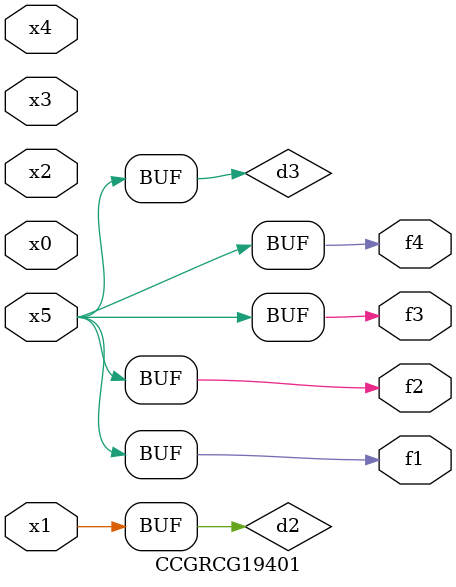
<source format=v>
module CCGRCG19401(
	input x0, x1, x2, x3, x4, x5,
	output f1, f2, f3, f4
);

	wire d1, d2, d3;

	not (d1, x5);
	or (d2, x1);
	xnor (d3, d1);
	assign f1 = d3;
	assign f2 = d3;
	assign f3 = d3;
	assign f4 = d3;
endmodule

</source>
